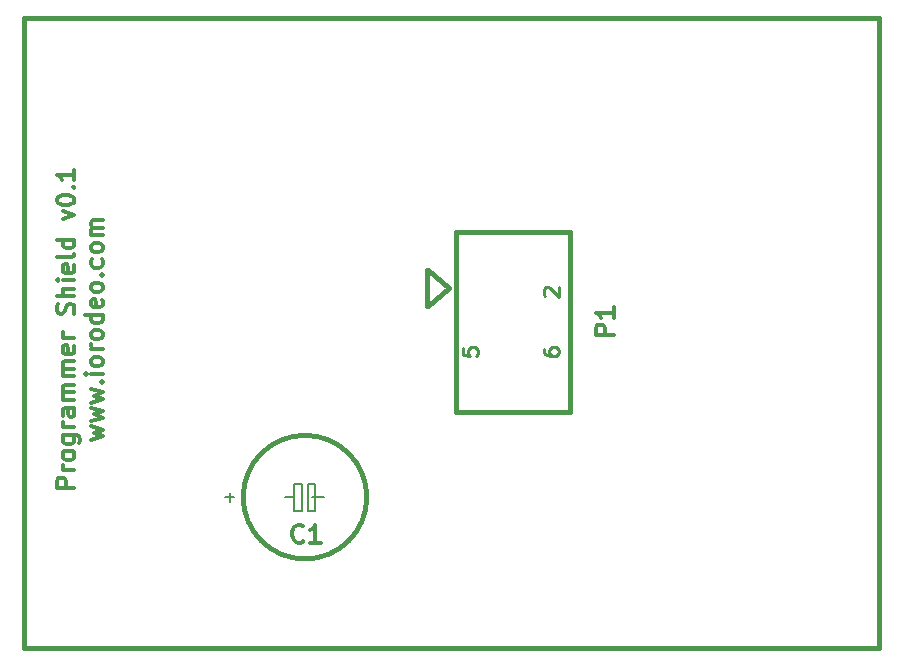
<source format=gto>
G04 (created by PCBNEW (2013-jul-07)-stable) date Thu 03 Sep 2015 05:45:47 PM PDT*
%MOIN*%
G04 Gerber Fmt 3.4, Leading zero omitted, Abs format*
%FSLAX34Y34*%
G01*
G70*
G90*
G04 APERTURE LIST*
%ADD10C,0.00590551*%
%ADD11C,0.011811*%
%ADD12C,0.015*%
%ADD13C,0.008*%
%ADD14C,0.006*%
%ADD15C,0.012*%
%ADD16C,0.01*%
G04 APERTURE END LIST*
G54D10*
G54D11*
X48814Y-46911D02*
X48223Y-46911D01*
X48223Y-46686D01*
X48251Y-46630D01*
X48279Y-46602D01*
X48335Y-46574D01*
X48420Y-46574D01*
X48476Y-46602D01*
X48504Y-46630D01*
X48532Y-46686D01*
X48532Y-46911D01*
X48814Y-46321D02*
X48420Y-46321D01*
X48532Y-46321D02*
X48476Y-46293D01*
X48448Y-46265D01*
X48420Y-46208D01*
X48420Y-46152D01*
X48814Y-45871D02*
X48785Y-45927D01*
X48757Y-45955D01*
X48701Y-45983D01*
X48532Y-45983D01*
X48476Y-45955D01*
X48448Y-45927D01*
X48420Y-45871D01*
X48420Y-45786D01*
X48448Y-45730D01*
X48476Y-45702D01*
X48532Y-45674D01*
X48701Y-45674D01*
X48757Y-45702D01*
X48785Y-45730D01*
X48814Y-45786D01*
X48814Y-45871D01*
X48420Y-45168D02*
X48898Y-45168D01*
X48954Y-45196D01*
X48982Y-45224D01*
X49010Y-45280D01*
X49010Y-45365D01*
X48982Y-45421D01*
X48785Y-45168D02*
X48814Y-45224D01*
X48814Y-45337D01*
X48785Y-45393D01*
X48757Y-45421D01*
X48701Y-45449D01*
X48532Y-45449D01*
X48476Y-45421D01*
X48448Y-45393D01*
X48420Y-45337D01*
X48420Y-45224D01*
X48448Y-45168D01*
X48814Y-44887D02*
X48420Y-44887D01*
X48532Y-44887D02*
X48476Y-44858D01*
X48448Y-44830D01*
X48420Y-44774D01*
X48420Y-44718D01*
X48814Y-44268D02*
X48504Y-44268D01*
X48448Y-44296D01*
X48420Y-44352D01*
X48420Y-44465D01*
X48448Y-44521D01*
X48785Y-44268D02*
X48814Y-44324D01*
X48814Y-44465D01*
X48785Y-44521D01*
X48729Y-44549D01*
X48673Y-44549D01*
X48617Y-44521D01*
X48589Y-44465D01*
X48589Y-44324D01*
X48560Y-44268D01*
X48814Y-43987D02*
X48420Y-43987D01*
X48476Y-43987D02*
X48448Y-43959D01*
X48420Y-43902D01*
X48420Y-43818D01*
X48448Y-43762D01*
X48504Y-43734D01*
X48814Y-43734D01*
X48504Y-43734D02*
X48448Y-43705D01*
X48420Y-43649D01*
X48420Y-43565D01*
X48448Y-43509D01*
X48504Y-43481D01*
X48814Y-43481D01*
X48814Y-43199D02*
X48420Y-43199D01*
X48476Y-43199D02*
X48448Y-43171D01*
X48420Y-43115D01*
X48420Y-43031D01*
X48448Y-42974D01*
X48504Y-42946D01*
X48814Y-42946D01*
X48504Y-42946D02*
X48448Y-42918D01*
X48420Y-42862D01*
X48420Y-42777D01*
X48448Y-42721D01*
X48504Y-42693D01*
X48814Y-42693D01*
X48785Y-42187D02*
X48814Y-42243D01*
X48814Y-42356D01*
X48785Y-42412D01*
X48729Y-42440D01*
X48504Y-42440D01*
X48448Y-42412D01*
X48420Y-42356D01*
X48420Y-42243D01*
X48448Y-42187D01*
X48504Y-42159D01*
X48560Y-42159D01*
X48617Y-42440D01*
X48814Y-41906D02*
X48420Y-41906D01*
X48532Y-41906D02*
X48476Y-41878D01*
X48448Y-41849D01*
X48420Y-41793D01*
X48420Y-41737D01*
X48785Y-41118D02*
X48814Y-41034D01*
X48814Y-40893D01*
X48785Y-40837D01*
X48757Y-40809D01*
X48701Y-40781D01*
X48645Y-40781D01*
X48589Y-40809D01*
X48560Y-40837D01*
X48532Y-40893D01*
X48504Y-41006D01*
X48476Y-41062D01*
X48448Y-41090D01*
X48392Y-41118D01*
X48335Y-41118D01*
X48279Y-41090D01*
X48251Y-41062D01*
X48223Y-41006D01*
X48223Y-40865D01*
X48251Y-40781D01*
X48814Y-40528D02*
X48223Y-40528D01*
X48814Y-40275D02*
X48504Y-40275D01*
X48448Y-40303D01*
X48420Y-40359D01*
X48420Y-40443D01*
X48448Y-40500D01*
X48476Y-40528D01*
X48814Y-39993D02*
X48420Y-39993D01*
X48223Y-39993D02*
X48251Y-40022D01*
X48279Y-39993D01*
X48251Y-39965D01*
X48223Y-39993D01*
X48279Y-39993D01*
X48785Y-39487D02*
X48814Y-39544D01*
X48814Y-39656D01*
X48785Y-39712D01*
X48729Y-39740D01*
X48504Y-39740D01*
X48448Y-39712D01*
X48420Y-39656D01*
X48420Y-39544D01*
X48448Y-39487D01*
X48504Y-39459D01*
X48560Y-39459D01*
X48617Y-39740D01*
X48814Y-39122D02*
X48785Y-39178D01*
X48729Y-39206D01*
X48223Y-39206D01*
X48814Y-38644D02*
X48223Y-38644D01*
X48785Y-38644D02*
X48814Y-38700D01*
X48814Y-38812D01*
X48785Y-38869D01*
X48757Y-38897D01*
X48701Y-38925D01*
X48532Y-38925D01*
X48476Y-38897D01*
X48448Y-38869D01*
X48420Y-38812D01*
X48420Y-38700D01*
X48448Y-38644D01*
X48420Y-37969D02*
X48814Y-37828D01*
X48420Y-37687D01*
X48223Y-37350D02*
X48223Y-37294D01*
X48251Y-37238D01*
X48279Y-37209D01*
X48335Y-37181D01*
X48448Y-37153D01*
X48589Y-37153D01*
X48701Y-37181D01*
X48757Y-37209D01*
X48785Y-37238D01*
X48814Y-37294D01*
X48814Y-37350D01*
X48785Y-37406D01*
X48757Y-37434D01*
X48701Y-37463D01*
X48589Y-37491D01*
X48448Y-37491D01*
X48335Y-37463D01*
X48279Y-37434D01*
X48251Y-37406D01*
X48223Y-37350D01*
X48757Y-36900D02*
X48785Y-36872D01*
X48814Y-36900D01*
X48785Y-36928D01*
X48757Y-36900D01*
X48814Y-36900D01*
X48814Y-36310D02*
X48814Y-36647D01*
X48814Y-36478D02*
X48223Y-36478D01*
X48307Y-36535D01*
X48364Y-36591D01*
X48392Y-36647D01*
X49365Y-45308D02*
X49758Y-45196D01*
X49477Y-45083D01*
X49758Y-44971D01*
X49365Y-44858D01*
X49365Y-44690D02*
X49758Y-44577D01*
X49477Y-44465D01*
X49758Y-44352D01*
X49365Y-44240D01*
X49365Y-44071D02*
X49758Y-43959D01*
X49477Y-43846D01*
X49758Y-43734D01*
X49365Y-43621D01*
X49702Y-43396D02*
X49730Y-43368D01*
X49758Y-43396D01*
X49730Y-43424D01*
X49702Y-43396D01*
X49758Y-43396D01*
X49758Y-43115D02*
X49365Y-43115D01*
X49168Y-43115D02*
X49196Y-43143D01*
X49224Y-43115D01*
X49196Y-43087D01*
X49168Y-43115D01*
X49224Y-43115D01*
X49758Y-42749D02*
X49730Y-42806D01*
X49702Y-42834D01*
X49646Y-42862D01*
X49477Y-42862D01*
X49421Y-42834D01*
X49393Y-42806D01*
X49365Y-42749D01*
X49365Y-42665D01*
X49393Y-42609D01*
X49421Y-42581D01*
X49477Y-42553D01*
X49646Y-42553D01*
X49702Y-42581D01*
X49730Y-42609D01*
X49758Y-42665D01*
X49758Y-42749D01*
X49758Y-42299D02*
X49365Y-42299D01*
X49477Y-42299D02*
X49421Y-42271D01*
X49393Y-42243D01*
X49365Y-42187D01*
X49365Y-42131D01*
X49758Y-41849D02*
X49730Y-41906D01*
X49702Y-41934D01*
X49646Y-41962D01*
X49477Y-41962D01*
X49421Y-41934D01*
X49393Y-41906D01*
X49365Y-41849D01*
X49365Y-41765D01*
X49393Y-41709D01*
X49421Y-41681D01*
X49477Y-41653D01*
X49646Y-41653D01*
X49702Y-41681D01*
X49730Y-41709D01*
X49758Y-41765D01*
X49758Y-41849D01*
X49758Y-41146D02*
X49168Y-41146D01*
X49730Y-41146D02*
X49758Y-41203D01*
X49758Y-41315D01*
X49730Y-41371D01*
X49702Y-41400D01*
X49646Y-41428D01*
X49477Y-41428D01*
X49421Y-41400D01*
X49393Y-41371D01*
X49365Y-41315D01*
X49365Y-41203D01*
X49393Y-41146D01*
X49730Y-40640D02*
X49758Y-40696D01*
X49758Y-40809D01*
X49730Y-40865D01*
X49674Y-40893D01*
X49449Y-40893D01*
X49393Y-40865D01*
X49365Y-40809D01*
X49365Y-40696D01*
X49393Y-40640D01*
X49449Y-40612D01*
X49505Y-40612D01*
X49562Y-40893D01*
X49758Y-40275D02*
X49730Y-40331D01*
X49702Y-40359D01*
X49646Y-40387D01*
X49477Y-40387D01*
X49421Y-40359D01*
X49393Y-40331D01*
X49365Y-40275D01*
X49365Y-40190D01*
X49393Y-40134D01*
X49421Y-40106D01*
X49477Y-40078D01*
X49646Y-40078D01*
X49702Y-40106D01*
X49730Y-40134D01*
X49758Y-40190D01*
X49758Y-40275D01*
X49702Y-39825D02*
X49730Y-39797D01*
X49758Y-39825D01*
X49730Y-39853D01*
X49702Y-39825D01*
X49758Y-39825D01*
X49730Y-39290D02*
X49758Y-39347D01*
X49758Y-39459D01*
X49730Y-39515D01*
X49702Y-39544D01*
X49646Y-39572D01*
X49477Y-39572D01*
X49421Y-39544D01*
X49393Y-39515D01*
X49365Y-39459D01*
X49365Y-39347D01*
X49393Y-39290D01*
X49758Y-38953D02*
X49730Y-39009D01*
X49702Y-39037D01*
X49646Y-39065D01*
X49477Y-39065D01*
X49421Y-39037D01*
X49393Y-39009D01*
X49365Y-38953D01*
X49365Y-38869D01*
X49393Y-38812D01*
X49421Y-38784D01*
X49477Y-38756D01*
X49646Y-38756D01*
X49702Y-38784D01*
X49730Y-38812D01*
X49758Y-38869D01*
X49758Y-38953D01*
X49758Y-38503D02*
X49365Y-38503D01*
X49421Y-38503D02*
X49393Y-38475D01*
X49365Y-38419D01*
X49365Y-38334D01*
X49393Y-38278D01*
X49449Y-38250D01*
X49758Y-38250D01*
X49449Y-38250D02*
X49393Y-38222D01*
X49365Y-38166D01*
X49365Y-38081D01*
X49393Y-38025D01*
X49449Y-37997D01*
X49758Y-37997D01*
G54D12*
X58561Y-47225D02*
G75*
G03X58561Y-47225I-2061J0D01*
G74*
G01*
G54D13*
X56600Y-47675D02*
X56850Y-47675D01*
X56850Y-47675D02*
X56850Y-46775D01*
X56600Y-46775D02*
X56850Y-46775D01*
X56600Y-47675D02*
X56600Y-46775D01*
G54D14*
X56050Y-47225D02*
X56150Y-47225D01*
X56150Y-47225D02*
X56150Y-47675D01*
X56150Y-47675D02*
X56400Y-47675D01*
X56400Y-47675D02*
X56400Y-46775D01*
X56400Y-46775D02*
X56150Y-46775D01*
X56150Y-46775D02*
X56150Y-47225D01*
X56750Y-47225D02*
X56950Y-47225D01*
X54000Y-47075D02*
X54000Y-47375D01*
X54150Y-47225D02*
X53850Y-47225D01*
X56950Y-47225D02*
X57150Y-47225D01*
X55850Y-47225D02*
X56050Y-47225D01*
G54D12*
X75625Y-31250D02*
X75625Y-52250D01*
X74625Y-52250D02*
X75625Y-52250D01*
X74625Y-31250D02*
X75625Y-31250D01*
X74625Y-31250D02*
X47125Y-31250D01*
X47125Y-52250D02*
X74625Y-52250D01*
X47125Y-52250D02*
X47125Y-31250D01*
X61550Y-38374D02*
X61550Y-44374D01*
X65350Y-38374D02*
X65350Y-44374D01*
X65350Y-44374D02*
X61550Y-44374D01*
X61550Y-38374D02*
X65350Y-38374D01*
X60576Y-39657D02*
X60576Y-40839D01*
X61289Y-40262D02*
X60589Y-39662D01*
X60590Y-40862D02*
X61290Y-40262D01*
G54D15*
X56450Y-48685D02*
X56421Y-48714D01*
X56335Y-48743D01*
X56278Y-48743D01*
X56192Y-48714D01*
X56135Y-48657D01*
X56107Y-48600D01*
X56078Y-48485D01*
X56078Y-48400D01*
X56107Y-48285D01*
X56135Y-48228D01*
X56192Y-48171D01*
X56278Y-48143D01*
X56335Y-48143D01*
X56421Y-48171D01*
X56450Y-48200D01*
X57021Y-48743D02*
X56678Y-48743D01*
X56850Y-48743D02*
X56850Y-48143D01*
X56792Y-48228D01*
X56735Y-48285D01*
X56678Y-48314D01*
X66792Y-41817D02*
X66192Y-41817D01*
X66192Y-41589D01*
X66221Y-41531D01*
X66250Y-41503D01*
X66307Y-41474D01*
X66392Y-41474D01*
X66450Y-41503D01*
X66478Y-41531D01*
X66507Y-41589D01*
X66507Y-41817D01*
X66792Y-40903D02*
X66792Y-41246D01*
X66792Y-41074D02*
X66192Y-41074D01*
X66278Y-41131D01*
X66335Y-41189D01*
X66364Y-41246D01*
G54D16*
X61752Y-42255D02*
X61752Y-42493D01*
X61990Y-42517D01*
X61966Y-42493D01*
X61942Y-42446D01*
X61942Y-42327D01*
X61966Y-42279D01*
X61990Y-42255D01*
X62038Y-42231D01*
X62157Y-42231D01*
X62204Y-42255D01*
X62228Y-42279D01*
X62252Y-42327D01*
X62252Y-42446D01*
X62228Y-42493D01*
X62204Y-42517D01*
X64452Y-42279D02*
X64452Y-42374D01*
X64476Y-42422D01*
X64500Y-42446D01*
X64571Y-42493D01*
X64666Y-42517D01*
X64857Y-42517D01*
X64904Y-42493D01*
X64928Y-42470D01*
X64952Y-42422D01*
X64952Y-42327D01*
X64928Y-42279D01*
X64904Y-42255D01*
X64857Y-42231D01*
X64738Y-42231D01*
X64690Y-42255D01*
X64666Y-42279D01*
X64642Y-42327D01*
X64642Y-42422D01*
X64666Y-42470D01*
X64690Y-42493D01*
X64738Y-42517D01*
X64500Y-40517D02*
X64476Y-40493D01*
X64452Y-40446D01*
X64452Y-40327D01*
X64476Y-40279D01*
X64500Y-40255D01*
X64547Y-40231D01*
X64595Y-40231D01*
X64666Y-40255D01*
X64952Y-40541D01*
X64952Y-40231D01*
M02*

</source>
